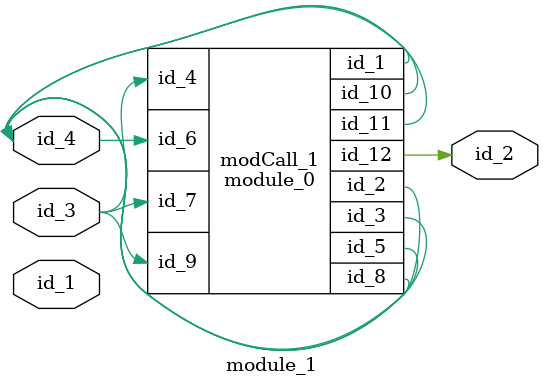
<source format=v>
module module_0 (
    id_1,
    id_2,
    id_3,
    id_4,
    id_5,
    id_6,
    id_7,
    id_8,
    id_9,
    id_10,
    id_11,
    id_12
);
  output wire id_12;
  inout wire id_11;
  output wire id_10;
  input wire id_9;
  inout wire id_8;
  input wire id_7;
  input wire id_6;
  inout wire id_5;
  input wire id_4;
  inout wire id_3;
  inout wire id_2;
  output wire id_1;
  assign id_12 = id_2;
  assign id_8  = id_5;
endmodule
module module_1 (
    id_1,
    id_2,
    id_3,
    id_4
);
  inout wire id_4;
  input wire id_3;
  module_0 modCall_1 (
      id_4,
      id_4,
      id_4,
      id_3,
      id_4,
      id_4,
      id_3,
      id_4,
      id_3,
      id_4,
      id_4,
      id_2
  );
  output wire id_2;
  input wire id_1;
endmodule

</source>
